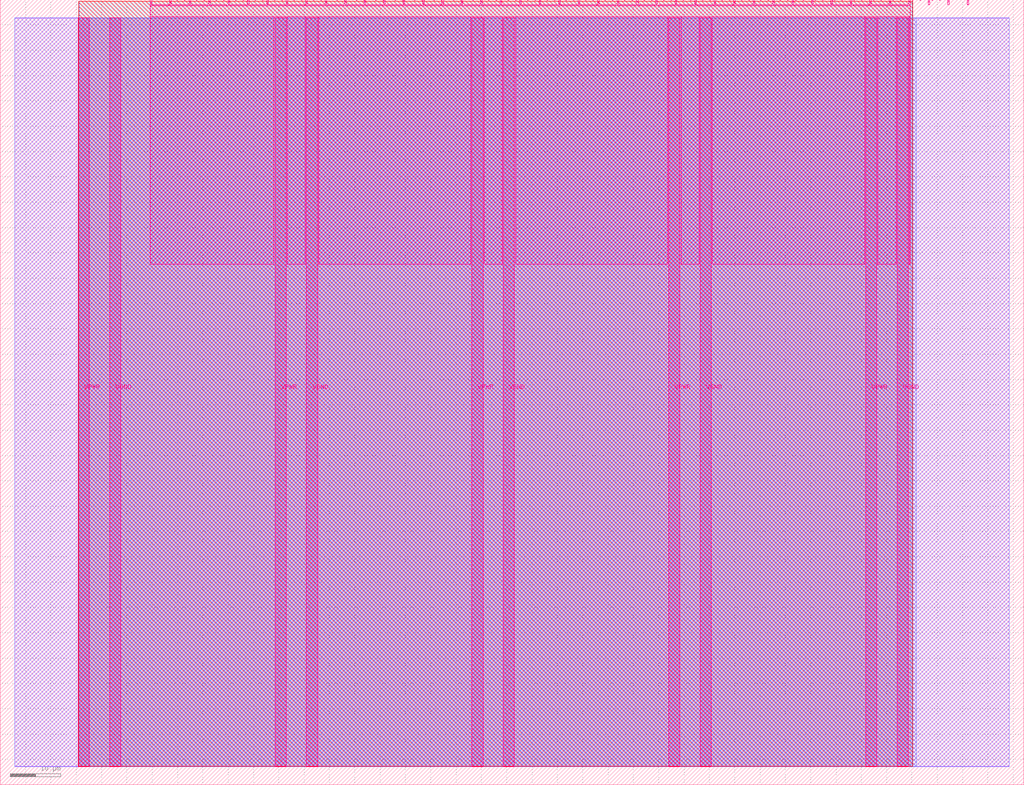
<source format=lef>
VERSION 5.7 ;
  NOWIREEXTENSIONATPIN ON ;
  DIVIDERCHAR "/" ;
  BUSBITCHARS "[]" ;
MACRO tt_um_b_8_array_multiplier
  CLASS BLOCK ;
  FOREIGN tt_um_b_8_array_multiplier ;
  ORIGIN 0.000 0.000 ;
  SIZE 202.080 BY 154.980 ;
  PIN VGND
    DIRECTION INOUT ;
    USE GROUND ;
    PORT
      LAYER Metal5 ;
        RECT 21.580 3.560 23.780 151.420 ;
    END
    PORT
      LAYER Metal5 ;
        RECT 60.450 3.560 62.650 151.420 ;
    END
    PORT
      LAYER Metal5 ;
        RECT 99.320 3.560 101.520 151.420 ;
    END
    PORT
      LAYER Metal5 ;
        RECT 138.190 3.560 140.390 151.420 ;
    END
    PORT
      LAYER Metal5 ;
        RECT 177.060 3.560 179.260 151.420 ;
    END
  END VGND
  PIN VPWR
    DIRECTION INOUT ;
    USE POWER ;
    PORT
      LAYER Metal5 ;
        RECT 15.380 3.560 17.580 151.420 ;
    END
    PORT
      LAYER Metal5 ;
        RECT 54.250 3.560 56.450 151.420 ;
    END
    PORT
      LAYER Metal5 ;
        RECT 93.120 3.560 95.320 151.420 ;
    END
    PORT
      LAYER Metal5 ;
        RECT 131.990 3.560 134.190 151.420 ;
    END
    PORT
      LAYER Metal5 ;
        RECT 170.860 3.560 173.060 151.420 ;
    END
  END VPWR
  PIN clk
    DIRECTION INPUT ;
    USE SIGNAL ;
    PORT
      LAYER Metal5 ;
        RECT 187.050 153.980 187.350 154.980 ;
    END
  END clk
  PIN ena
    DIRECTION INPUT ;
    USE SIGNAL ;
    PORT
      LAYER Metal5 ;
        RECT 190.890 153.980 191.190 154.980 ;
    END
  END ena
  PIN rst_n
    DIRECTION INPUT ;
    USE SIGNAL ;
    PORT
      LAYER Metal5 ;
        RECT 183.210 153.980 183.510 154.980 ;
    END
  END rst_n
  PIN ui_in[0]
    DIRECTION INPUT ;
    USE SIGNAL ;
    ANTENNAGATEAREA 0.213200 ;
    PORT
      LAYER Metal5 ;
        RECT 179.370 153.980 179.670 154.980 ;
    END
  END ui_in[0]
  PIN ui_in[1]
    DIRECTION INPUT ;
    USE SIGNAL ;
    ANTENNAGATEAREA 0.180700 ;
    PORT
      LAYER Metal5 ;
        RECT 175.530 153.980 175.830 154.980 ;
    END
  END ui_in[1]
  PIN ui_in[2]
    DIRECTION INPUT ;
    USE SIGNAL ;
    ANTENNAGATEAREA 0.180700 ;
    PORT
      LAYER Metal5 ;
        RECT 171.690 153.980 171.990 154.980 ;
    END
  END ui_in[2]
  PIN ui_in[3]
    DIRECTION INPUT ;
    USE SIGNAL ;
    ANTENNAGATEAREA 0.213200 ;
    PORT
      LAYER Metal5 ;
        RECT 167.850 153.980 168.150 154.980 ;
    END
  END ui_in[3]
  PIN ui_in[4]
    DIRECTION INPUT ;
    USE SIGNAL ;
    ANTENNAGATEAREA 0.180700 ;
    PORT
      LAYER Metal5 ;
        RECT 164.010 153.980 164.310 154.980 ;
    END
  END ui_in[4]
  PIN ui_in[5]
    DIRECTION INPUT ;
    USE SIGNAL ;
    ANTENNAGATEAREA 0.180700 ;
    PORT
      LAYER Metal5 ;
        RECT 160.170 153.980 160.470 154.980 ;
    END
  END ui_in[5]
  PIN ui_in[6]
    DIRECTION INPUT ;
    USE SIGNAL ;
    ANTENNAGATEAREA 0.213200 ;
    PORT
      LAYER Metal5 ;
        RECT 156.330 153.980 156.630 154.980 ;
    END
  END ui_in[6]
  PIN ui_in[7]
    DIRECTION INPUT ;
    USE SIGNAL ;
    ANTENNAGATEAREA 0.213200 ;
    PORT
      LAYER Metal5 ;
        RECT 152.490 153.980 152.790 154.980 ;
    END
  END ui_in[7]
  PIN uio_in[0]
    DIRECTION INPUT ;
    USE SIGNAL ;
    PORT
      LAYER Metal5 ;
        RECT 148.650 153.980 148.950 154.980 ;
    END
  END uio_in[0]
  PIN uio_in[1]
    DIRECTION INPUT ;
    USE SIGNAL ;
    PORT
      LAYER Metal5 ;
        RECT 144.810 153.980 145.110 154.980 ;
    END
  END uio_in[1]
  PIN uio_in[2]
    DIRECTION INPUT ;
    USE SIGNAL ;
    PORT
      LAYER Metal5 ;
        RECT 140.970 153.980 141.270 154.980 ;
    END
  END uio_in[2]
  PIN uio_in[3]
    DIRECTION INPUT ;
    USE SIGNAL ;
    PORT
      LAYER Metal5 ;
        RECT 137.130 153.980 137.430 154.980 ;
    END
  END uio_in[3]
  PIN uio_in[4]
    DIRECTION INPUT ;
    USE SIGNAL ;
    PORT
      LAYER Metal5 ;
        RECT 133.290 153.980 133.590 154.980 ;
    END
  END uio_in[4]
  PIN uio_in[5]
    DIRECTION INPUT ;
    USE SIGNAL ;
    PORT
      LAYER Metal5 ;
        RECT 129.450 153.980 129.750 154.980 ;
    END
  END uio_in[5]
  PIN uio_in[6]
    DIRECTION INPUT ;
    USE SIGNAL ;
    PORT
      LAYER Metal5 ;
        RECT 125.610 153.980 125.910 154.980 ;
    END
  END uio_in[6]
  PIN uio_in[7]
    DIRECTION INPUT ;
    USE SIGNAL ;
    PORT
      LAYER Metal5 ;
        RECT 121.770 153.980 122.070 154.980 ;
    END
  END uio_in[7]
  PIN uio_oe[0]
    DIRECTION OUTPUT ;
    USE SIGNAL ;
    ANTENNADIFFAREA 0.299200 ;
    PORT
      LAYER Metal5 ;
        RECT 56.490 153.980 56.790 154.980 ;
    END
  END uio_oe[0]
  PIN uio_oe[1]
    DIRECTION OUTPUT ;
    USE SIGNAL ;
    ANTENNADIFFAREA 0.299200 ;
    PORT
      LAYER Metal5 ;
        RECT 52.650 153.980 52.950 154.980 ;
    END
  END uio_oe[1]
  PIN uio_oe[2]
    DIRECTION OUTPUT ;
    USE SIGNAL ;
    ANTENNADIFFAREA 0.299200 ;
    PORT
      LAYER Metal5 ;
        RECT 48.810 153.980 49.110 154.980 ;
    END
  END uio_oe[2]
  PIN uio_oe[3]
    DIRECTION OUTPUT ;
    USE SIGNAL ;
    ANTENNADIFFAREA 0.299200 ;
    PORT
      LAYER Metal5 ;
        RECT 44.970 153.980 45.270 154.980 ;
    END
  END uio_oe[3]
  PIN uio_oe[4]
    DIRECTION OUTPUT ;
    USE SIGNAL ;
    ANTENNADIFFAREA 0.299200 ;
    PORT
      LAYER Metal5 ;
        RECT 41.130 153.980 41.430 154.980 ;
    END
  END uio_oe[4]
  PIN uio_oe[5]
    DIRECTION OUTPUT ;
    USE SIGNAL ;
    ANTENNADIFFAREA 0.299200 ;
    PORT
      LAYER Metal5 ;
        RECT 37.290 153.980 37.590 154.980 ;
    END
  END uio_oe[5]
  PIN uio_oe[6]
    DIRECTION OUTPUT ;
    USE SIGNAL ;
    ANTENNADIFFAREA 0.299200 ;
    PORT
      LAYER Metal5 ;
        RECT 33.450 153.980 33.750 154.980 ;
    END
  END uio_oe[6]
  PIN uio_oe[7]
    DIRECTION OUTPUT ;
    USE SIGNAL ;
    ANTENNADIFFAREA 0.299200 ;
    PORT
      LAYER Metal5 ;
        RECT 29.610 153.980 29.910 154.980 ;
    END
  END uio_oe[7]
  PIN uio_out[0]
    DIRECTION OUTPUT ;
    USE SIGNAL ;
    ANTENNADIFFAREA 0.299200 ;
    PORT
      LAYER Metal5 ;
        RECT 87.210 153.980 87.510 154.980 ;
    END
  END uio_out[0]
  PIN uio_out[1]
    DIRECTION OUTPUT ;
    USE SIGNAL ;
    ANTENNADIFFAREA 0.299200 ;
    PORT
      LAYER Metal5 ;
        RECT 83.370 153.980 83.670 154.980 ;
    END
  END uio_out[1]
  PIN uio_out[2]
    DIRECTION OUTPUT ;
    USE SIGNAL ;
    ANTENNADIFFAREA 0.299200 ;
    PORT
      LAYER Metal5 ;
        RECT 79.530 153.980 79.830 154.980 ;
    END
  END uio_out[2]
  PIN uio_out[3]
    DIRECTION OUTPUT ;
    USE SIGNAL ;
    ANTENNADIFFAREA 0.299200 ;
    PORT
      LAYER Metal5 ;
        RECT 75.690 153.980 75.990 154.980 ;
    END
  END uio_out[3]
  PIN uio_out[4]
    DIRECTION OUTPUT ;
    USE SIGNAL ;
    ANTENNADIFFAREA 0.299200 ;
    PORT
      LAYER Metal5 ;
        RECT 71.850 153.980 72.150 154.980 ;
    END
  END uio_out[4]
  PIN uio_out[5]
    DIRECTION OUTPUT ;
    USE SIGNAL ;
    ANTENNADIFFAREA 0.299200 ;
    PORT
      LAYER Metal5 ;
        RECT 68.010 153.980 68.310 154.980 ;
    END
  END uio_out[5]
  PIN uio_out[6]
    DIRECTION OUTPUT ;
    USE SIGNAL ;
    ANTENNADIFFAREA 0.299200 ;
    PORT
      LAYER Metal5 ;
        RECT 64.170 153.980 64.470 154.980 ;
    END
  END uio_out[6]
  PIN uio_out[7]
    DIRECTION OUTPUT ;
    USE SIGNAL ;
    ANTENNADIFFAREA 0.299200 ;
    PORT
      LAYER Metal5 ;
        RECT 60.330 153.980 60.630 154.980 ;
    END
  END uio_out[7]
  PIN uo_out[0]
    DIRECTION OUTPUT ;
    USE SIGNAL ;
    ANTENNADIFFAREA 0.654800 ;
    PORT
      LAYER Metal5 ;
        RECT 117.930 153.980 118.230 154.980 ;
    END
  END uo_out[0]
  PIN uo_out[1]
    DIRECTION OUTPUT ;
    USE SIGNAL ;
    ANTENNADIFFAREA 0.654800 ;
    PORT
      LAYER Metal5 ;
        RECT 114.090 153.980 114.390 154.980 ;
    END
  END uo_out[1]
  PIN uo_out[2]
    DIRECTION OUTPUT ;
    USE SIGNAL ;
    ANTENNADIFFAREA 0.654800 ;
    PORT
      LAYER Metal5 ;
        RECT 110.250 153.980 110.550 154.980 ;
    END
  END uo_out[2]
  PIN uo_out[3]
    DIRECTION OUTPUT ;
    USE SIGNAL ;
    ANTENNADIFFAREA 0.654800 ;
    PORT
      LAYER Metal5 ;
        RECT 106.410 153.980 106.710 154.980 ;
    END
  END uo_out[3]
  PIN uo_out[4]
    DIRECTION OUTPUT ;
    USE SIGNAL ;
    ANTENNADIFFAREA 0.654800 ;
    PORT
      LAYER Metal5 ;
        RECT 102.570 153.980 102.870 154.980 ;
    END
  END uo_out[4]
  PIN uo_out[5]
    DIRECTION OUTPUT ;
    USE SIGNAL ;
    ANTENNADIFFAREA 0.654800 ;
    PORT
      LAYER Metal5 ;
        RECT 98.730 153.980 99.030 154.980 ;
    END
  END uo_out[5]
  PIN uo_out[6]
    DIRECTION OUTPUT ;
    USE SIGNAL ;
    ANTENNADIFFAREA 0.654800 ;
    PORT
      LAYER Metal5 ;
        RECT 94.890 153.980 95.190 154.980 ;
    END
  END uo_out[6]
  PIN uo_out[7]
    DIRECTION OUTPUT ;
    USE SIGNAL ;
    ANTENNADIFFAREA 0.654800 ;
    PORT
      LAYER Metal5 ;
        RECT 91.050 153.980 91.350 154.980 ;
    END
  END uo_out[7]
  OBS
      LAYER GatPoly ;
        RECT 2.880 3.630 199.200 151.350 ;
      LAYER Metal1 ;
        RECT 2.880 3.560 199.200 151.420 ;
      LAYER Metal2 ;
        RECT 15.515 3.680 180.865 151.300 ;
      LAYER Metal3 ;
        RECT 15.560 3.635 180.100 154.705 ;
      LAYER Metal4 ;
        RECT 15.515 3.680 180.145 154.660 ;
      LAYER Metal5 ;
        RECT 30.120 153.770 33.240 153.980 ;
        RECT 33.960 153.770 37.080 153.980 ;
        RECT 37.800 153.770 40.920 153.980 ;
        RECT 41.640 153.770 44.760 153.980 ;
        RECT 45.480 153.770 48.600 153.980 ;
        RECT 49.320 153.770 52.440 153.980 ;
        RECT 53.160 153.770 56.280 153.980 ;
        RECT 57.000 153.770 60.120 153.980 ;
        RECT 60.840 153.770 63.960 153.980 ;
        RECT 64.680 153.770 67.800 153.980 ;
        RECT 68.520 153.770 71.640 153.980 ;
        RECT 72.360 153.770 75.480 153.980 ;
        RECT 76.200 153.770 79.320 153.980 ;
        RECT 80.040 153.770 83.160 153.980 ;
        RECT 83.880 153.770 87.000 153.980 ;
        RECT 87.720 153.770 90.840 153.980 ;
        RECT 91.560 153.770 94.680 153.980 ;
        RECT 95.400 153.770 98.520 153.980 ;
        RECT 99.240 153.770 102.360 153.980 ;
        RECT 103.080 153.770 106.200 153.980 ;
        RECT 106.920 153.770 110.040 153.980 ;
        RECT 110.760 153.770 113.880 153.980 ;
        RECT 114.600 153.770 117.720 153.980 ;
        RECT 118.440 153.770 121.560 153.980 ;
        RECT 122.280 153.770 125.400 153.980 ;
        RECT 126.120 153.770 129.240 153.980 ;
        RECT 129.960 153.770 133.080 153.980 ;
        RECT 133.800 153.770 136.920 153.980 ;
        RECT 137.640 153.770 140.760 153.980 ;
        RECT 141.480 153.770 144.600 153.980 ;
        RECT 145.320 153.770 148.440 153.980 ;
        RECT 149.160 153.770 152.280 153.980 ;
        RECT 153.000 153.770 156.120 153.980 ;
        RECT 156.840 153.770 159.960 153.980 ;
        RECT 160.680 153.770 163.800 153.980 ;
        RECT 164.520 153.770 167.640 153.980 ;
        RECT 168.360 153.770 171.480 153.980 ;
        RECT 172.200 153.770 175.320 153.980 ;
        RECT 176.040 153.770 179.160 153.980 ;
        RECT 29.660 151.630 179.620 153.770 ;
        RECT 29.660 102.755 54.040 151.630 ;
        RECT 56.660 102.755 60.240 151.630 ;
        RECT 62.860 102.755 92.910 151.630 ;
        RECT 95.530 102.755 99.110 151.630 ;
        RECT 101.730 102.755 131.780 151.630 ;
        RECT 134.400 102.755 137.980 151.630 ;
        RECT 140.600 102.755 170.650 151.630 ;
        RECT 173.270 102.755 176.850 151.630 ;
        RECT 179.470 102.755 179.620 151.630 ;
  END
END tt_um_b_8_array_multiplier
END LIBRARY


</source>
